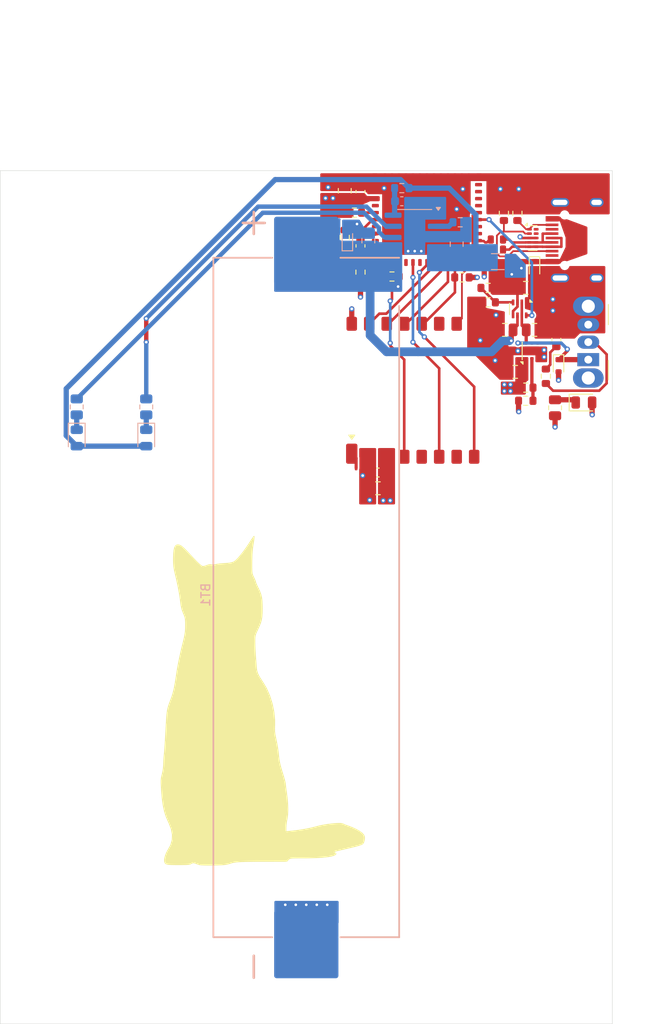
<source format=kicad_pcb>
(kicad_pcb (version 20241229) (generator "pcbnew") (generator_version "9.0")
  (layers (0 "F.Cu" signal) (4 "In1.Cu" power) (6 "In2.Cu" power) (2 "B.Cu" signal) (13 "F.Paste" user) (15 "B.Paste" user) (5 "F.SilkS" user "F.Silkscreen") (7 "B.SilkS" user "B.Silkscreen") (1 "F.Mask" user) (3 "B.Mask" user) (25 "Edge.Cuts" user))
  (net 0 "")
  (net 1 "GND")
  (net 2 "/BAT+")
  (net 3 "+3V0")
  (net 4 "/ESP32_EN")
  (net 5 "/TP4056_V_{CC}")
  (net 6 "/TP4056_CE")
  (net 7 "/VBUS")
  (net 8 "/PWR_EN")
  (net 9 "/PWR_MUX_VOUT")
  (net 10 "Net-(D3-K)")
  (net 11 "Net-(D4-K)")
  (net 12 "Net-(D6-K)")
  (net 13 "/ANT")
  (net 14 "/CC1")
  (net 15 "/D-")
  (net 16 "/CC2")
  (net 17 "/D+")
  (net 20 "/BAT_DIV_EN")
  (net 21 "/SCK")
  (net 22 "/ESP32_D-")
  (net 23 "/ESP32_D+")
  (net 24 "/PROG")
  (net 25 "/~{STDBY}")
  (net 26 "/~{CHRG}")
  (net 27 "/BAT_DIV")
  (net 28 "/PR1")
  (net 29 "Net-(SW1-B)")
  (net 30 "/FB")
  (net 31 "/BUSY")
  (net 36 "/~{NSS}")
  (net 37 "/~{RESET}")
  (net 39 "/MOSI")
  (net 43 "/ST")
  (net 44 "/DIO1")
  (net 46 "/DIO3")
  (net 47 "/MISO")
  (net 61 "Net-(U1-IO2)")
  (footprint "Resistor_SMD:R_0603_1608Metric" (layer "F.Cu") (at 154.9 62.2)
    (property "Reference" "R2" (hide yes))
    (property "Value" "10k")
  )
  (footprint "Capacitor_SMD:C_0805_2012Metric" (layer "F.Cu") (at 153.8 59.7 90)
    (property "Reference" "C2" (hide yes))
    (property "Value" "10u")
  )
  (footprint "Resistor_SMD:R_0603_1608Metric" (layer "F.Cu") (at 155.6 69 90)
    (property "Reference" "R1" (hide yes))
    (property "Value" "10k")
  )
  (footprint "Connector_USB:USB_C_Receptacle_HRO_TYPE-C-31-M-12" (layer "F.Cu") (at 181.55 65.35 90)
    (property "Reference" "J1" (hide yes))
    (property "Value" "TYPE-C-31-M-12")
  )
  (footprint "Custom:D_Texas_DPY0002A_0.6x1mm_P0.65mm" (layer "F.Cu") (at 155.45 91.4 180)
    (property "Reference" "D7" (hide yes))
    (property "Value" "TPD1E0B04DPY")
  )
  (footprint "Capacitor_SMD:C_0603_1608Metric" (layer "F.Cu") (at 155.6 59.8 90)
    (property "Reference" "C1" (hide yes))
    (property "Value" "100n")
  )
  (footprint "Diode_SMD:D_SOD-523" (layer "F.Cu") (at 178.25 79.7 -90)
    (property "Reference" "D5" (hide yes))
    (property "Value" "ESD5Z6.0T1G")
  )
  (footprint "Resistor_SMD:R_0603_1608Metric" (layer "F.Cu") (at 173.545 62.275 90)
    (property "Reference" "R7" (hide yes))
    (property "Value" "5k1")
  )
  (footprint "Capacitor_SMD:C_0805_2012Metric" (layer "F.Cu") (at 173.3 80.4 180)
    (property "Reference" "C11" (hide yes))
    (property "Value" "10u")
  )
  (footprint "Resistor_SMD:R_0603_1608Metric" (layer "F.Cu") (at 172 62.275 90)
    (property "Reference" "R6" (hide yes))
    (property "Value" "5k1")
  )
  (footprint "Resistor_SMD:R_0603_1608Metric" (layer "F.Cu") (at 167.2 69.6 180)
    (property "Reference" "R3" (hide yes))
    (property "Value" "10k")
  )
  (footprint "Resistor_SMD:R_0603_1608Metric" (layer "F.Cu") (at 174.5 82.2)
    (property "Reference" "R18" (hide yes))
    (property "Value" "1M5")
  )
  (footprint "Package_SON:USON-10_2.5x1.0mm_P0.5mm" (layer "F.Cu") (at 175.3 65.1)
    (property "Reference" "U2" (hide yes))
    (property "Value" "TPD4E05U06DQA")
  )
  (footprint "Capacitor_SMD:C_0805_2012Metric" (layer "F.Cu") (at 175.5 75.6)
    (property "Reference" "C10" (hide yes))
    (property "Value" "10u")
  )
  (footprint "Package_TO_SOT_SMD:SOT-583-8" (layer "F.Cu") (at 173.8 73.2 -90)
    (property "Reference" "U4" (hide yes))
    (property "Value" "TPS2116DRL")
  )
  (footprint "LED_SMD:LED_0805_2012Metric" (layer "F.Cu") (at 181.15 83.9)
    (property "Reference" "D6" (hide yes))
    (property "Value" "GREEN")
  )
  (footprint "Capacitor_SMD:C_0805_2012Metric" (layer "F.Cu") (at 157.6 93.7 180)
    (property "Reference" "C12" (hide yes))
    (property "Value" "10u")
  )
  (footprint "Resistor_SMD:R_0603_1608Metric" (layer "F.Cu") (at 174.5 83.7 180)
    (property "Reference" "R19" (hide yes))
    (property "Value" "330k")
  )
  (footprint "Custom:R_0603_1608Metric" (layer "F.Cu") (at 171.2 66.425 180)
    (property "Reference" "R4" (hide yes))
    (property "Value" "22")
  )
  (footprint "Capacitor_SMD:C_0603_1608Metric" (layer "F.Cu") (at 178 76.7 90)
    (property "Reference" "C9" (hide yes))
    (property "Value" "1u")
  )
  (footprint "Package_SON:WSON-6-1EP_2x2mm_P0.65mm_EP1x1.6mm" (layer "F.Cu") (at 175.2 78 90)
    (property "Reference" "U5" (hide yes))
    (property "Value" "TLV75901PDRV")
  )
  (footprint "LOGO" (layer "F.Cu") (at 143.1 117.6)
    (property "Reference" "G***" (hide yes))
    (property "Value" "LOGO" (hide yes))
  )
  (footprint "Resistor_SMD:R_0603_1608Metric" (layer "F.Cu") (at 153.8 65.025 -90)
    (property "Reference" "R14" (hide yes))
    (property "Value" "10k")
  )
  (footprint "Custom:R_0603_1608Metric" (layer "F.Cu") (at 171.2 65.275)
    (property "Reference" "R5" (hide yes))
    (property "Value" "22")
  )
  (footprint "Resistor_SMD:R_0603_1608Metric" (layer "F.Cu") (at 159.2 69.5)
    (property "Reference" "R13" (hide yes))
    (property "Value" "10k")
  )
  (footprint "Custom:ESP32-C3-MINI-1" (layer "F.Cu") (at 163.2 63)
    (property "Reference" "U1" (hide yes))
    (property "Value" "ESP32-C3-MINI-1")
  )
  (footprint "Button_Switch_THT:SW_Slide_SPDT_Angled_CK_OS102011MA1Q" (layer "F.Cu") (at 181.65 79 90)
    (property "Reference" "SW1" (hide yes))
    (property "Value" "SW_SPDT")
  )
  (footprint "Resistor_SMD:R_0603_1608Metric" (layer "F.Cu") (at 170.2 72.45 180)
    (property "Reference" "R16" (hide yes))
    (property "Value" "330k")
  )
  (footprint "Capacitor_SMD:C_0805_2012Metric" (layer "F.Cu") (at 174.5 70.8)
    (property "Reference" "C7" (hide yes))
    (property "Value" "10u")
  )
  (footprint "Resistor_SMD:R_0603_1608Metric" (layer "F.Cu") (at 176.8 80.9 90)
    (property "Reference" "R17" (hide yes))
    (property "Value" "10k")
  )
  (footprint "Custom:Ai-Thinker-Ra-01S" (layer "F.Cu") (at 161.6 82.5 90)
    (property "Reference" "U6" (hide yes))
    (property "Value" "Ai-Thinker-Ra-01S")
  )
  (footprint "Capacitor_SMD:C_0603_1608Metric" (layer "F.Cu") (at 157.6 91.9 180)
    (property "Reference" "C13" (hide yes))
    (property "Value" "100n")
  )
  (footprint "Diode_SMD:D_SOD-523" (layer "F.Cu") (at 175.5 68.5 -90)
    (property "Reference" "D1" (hide yes))
    (property "Value" "ESD5Z6.0T1G")
  )
  (footprint "Resistor_SMD:R_0805_2012Metric" (layer "F.Cu") (at 177.85 84.5 -90)
    (property "Reference" "R20" (hide yes))
    (property "Value" "200")
  )
  (footprint "Resistor_SMD:R_0603_1608Metric" (layer "F.Cu") (at 170.2 70.8 180)
    (property "Reference" "R15" (hide yes))
    (property "Value" "330k")
  )
  (footprint "Capacitor_SMD:C_0805_2012Metric" (layer "F.Cu") (at 172.1 75.6 180)
    (property "Reference" "C8" (hide yes))
    (property "Value" "10u")
  )
  (footprint "Capacitor_SMD:C_0603_1608Metric" (layer "F.Cu") (at 155.6 66 -90)
    (property "Reference" "C3" (hide yes))
    (property "Value" "1u")
  )
  (footprint "LED_SMD:LED_0805_2012Metric" (layer "B.Cu") (at 131.1 87.95 -90)
    (property "Reference" "D4" (hide yes))
    (property "Value" "RED")
  )
  (footprint "Resistor_SMD:R_0805_2012Metric" (layer "B.Cu") (at 123.15 84.4 90)
    (property "Reference" "R11" (hide yes))
    (property "Value" "200" (hide yes))
  )
  (footprint "Capacitor_SMD:C_0805_2012Metric" (layer "B.Cu") (at 166.6 65.8 90)
    (property "Reference" "C4" (hide yes))
    (property "Value" "10u")
  )
  (footprint "Diode_SMD:D_SOD-523" (layer "B.Cu") (at 154.1 65.3 90)
    (property "Reference" "D2" (hide yes))
    (property "Value" "ESD5Z6.0T1G")
  )
  (footprint "Resistor_SMD:R_0603_1608Metric" (layer "B.Cu") (at 167 63.3)
    (property "Reference" "R10" (hide yes))
    (property "Value" "1k2")
  )
  (footprint "Resistor_SMD:R_0805_2012Metric" (layer "B.Cu") (at 131.1 84.4 90)
    (property "Reference" "R12" (hide yes))
    (property "Value" "300" (hide yes))
  )
  (footprint "Capacitor_SMD:C_0603_1608Metric" (layer "B.Cu") (at 160.325 60.9)
    (property "Reference" "C5" (hide yes))
    (property "Value" "1u")
  )
  (footprint "Capacitor_SMD:C_0805_2012Metric" (layer "B.Cu") (at 156.5 65.4 90)
    (property "Reference" "C6" (hide yes))
    (property "Value" "10u")
  )
  (footprint "Resistor_SMD:R_0603_1608Metric" (layer "B.Cu") (at 160.325 59.4 180)
    (property "Reference" "R9" (hide yes))
    (property "Value" "10k")
  )
  (footprint "Custom:BatteryHolder_Keystone_1042_1x18650" (layer "B.Cu") (at 149.4 105.88 -90)
    (property "Reference" "BT1")
    (property "Value" "18650")
  )
  (footprint "Package_SO:SOIC-8-1EP_3.9x4.9mm_P1.27mm_EP2.41x3.3mm" (layer "B.Cu") (at 161.8 64.4 180)
    (property "Reference" "U3" (hide yes))
    (property "Value" "TP4056-42-ESOP8")
  )
  (footprint "LED_SMD:LED_0805_2012Metric" (layer "B.Cu") (at 123.15 87.95 -90)
    (property "Reference" "D3" (hide yes))
    (property "Value" "GREEN")
  )
  (footprint "Resistor_SMD:R_1206_3216Metric" (layer "B.Cu") (at 171.3 67.8 180)
    (property "Reference" "R8" (hide yes))
    (property "Value" "400m")
  )
  (gr_rect (start 114.4 57.4) (end 184.4 154.905) (stroke (width 0.05)) (fill no) (layer "Edge.Cuts"))
  (segment (start 156.825 90.325) (end 156.6 90.1) (width 0.6) (layer "F.Cu") (net 1))
  (segment (start 173.85 64.966) (end 173.984 65.1) (width 0.3) (layer "F.Cu") (net 1))
  (segment (start 173.675 84.925) (end 173.7 84.95) (width 0.3) (layer "F.Cu") (net 1))
  (segment (start 178.25 80.4) (end 178.25 81.35) (width 0.6) (layer "F.Cu") (net 1))
  (segment (start 177.85 85.4125) (end 177.85 86.7) (width 0.6) (layer "F.Cu") (net 1))
  (segment (start 169.751 68.551) (end 169.751 69.527572) (width 0.6) (layer "F.Cu") (net 1))
  (segment (start 173.984 65.1) (end 175.685 65.1) (width 0.3) (layer "F.Cu") (net 1))
  (segment (start 169.15 67.95) (end 169.751 68.551) (width 0.6) (layer "F.Cu") (net 1))
  (segment (start 156.825 93.525) (end 156.65 93.7) (width 0.6) (layer "F.Cu") (net 1))
  (segment (start 173.675 83.7) (end 173.675 84.925) (width 0.6) (layer "F.Cu") (net 1))
  (segment (start 154.6 74.9) (end 154.6 73.2) (width 0.6) (layer "F.Cu") (net 1))
  (via (at 166.6 61.8) (size 0.6) (drill 0.3) (layers "F.Cu" "B.Cu") (net 1))
  (via (at 177.6 73.4) (size 0.6) (drill 0.3) (layers "F.Cu" "B.Cu") (net 1))
  (via (at 147 141.3) (size 0.6) (drill 0.3) (layers "F.Cu" "B.Cu") (net 1))
  (via (at 151.8 141.3) (size 0.6) (drill 0.3) (layers "F.Cu" "B.Cu") (net 1))
  (via (at 155.2 63.5) (size 0.6) (drill 0.3) (layers "F.Cu" "B.Cu") (net 1))
  (via (at 176.6 78.7) (size 0.6) (drill 0.3) (layers "F.Cu" "B.Cu") (net 1))
  (via (at 169.751 69.527572) (size 0.6) (drill 0.3) (layers "F.Cu" "B.Cu") (net 1))
  (via (at 176.6 77.9) (size 0.6) (drill 0.3) (layers "F.Cu" "B.Cu") (net 1))
  (via (at 149.4 141.3) (size 0.6) (drill 0.3) (layers "F.Cu" "B.Cu") (net 1))
  (via (at 151.9 59.3) (size 0.6) (drill 0.3) (layers "F.Cu" "B.Cu") (net 1))
  (via (at 167.3 59.5) (size 0.6) (drill 0.3) (layers "F.Cu" "B.Cu") (net 1))
  (via (at 162.55 66.6) (size 0.6) (drill 0.3) (layers "F.Cu" "B.Cu") (net 1))
  (via (at 178.25 81.35) (size 0.6) (drill 0.3) (layers "F.Cu" "B.Cu") (net 1))
  (via (at 156.65 95.05) (size 0.6) (drill 0.3) (layers "F.Cu" "B.Cu") (net 1))
  (via (at 161.05 66.6) (size 0.6) (drill 0.3) (layers "F.Cu" "B.Cu") (net 1))
  (via (at 171 79.1) (size 0.6) (drill 0.3) (layers "F.Cu" "B.Cu") (net 1))
  (via (at 148.2 141.3) (size 0.6) (drill 0.3) (layers "F.Cu" "B.Cu") (net 1))
  (via (at 177.6 72.1) (size 0.6) (drill 0.3) (layers "F.Cu" "B.Cu") (net 1))
  (via (at 158.3 59.4) (size 0.6) (drill 0.3) (layers "F.Cu" "B.Cu") (net 1))
  (via (at 154.6 73.2) (size 0.6) (drill 0.3) (layers "F.Cu" "B.Cu") (net 1))
  (via (at 161.8 66.6) (size 0.6) (drill 0.3) (layers "F.Cu" "B.Cu") (net 1))
  (via (at 173.7 59.5) (size 0.6) (drill 0.3) (layers "F.Cu" "B.Cu") (net 1))
  (via (at 171.1 73.9) (size 0.6) (drill 0.3) (layers "F.Cu" "B.Cu") (net 1))
  (via (at 173.6 78) (size 0.6) (drill 0.3) (layers "F.Cu" "B.Cu") (net 1))
  (via (at 169.3 76.8) (size 0.6) (drill 0.3) (layers "F.Cu" "B.Cu") (net 1))
  (via (at 173.85 64.966) (size 0.6) (drill 0.3) (layers "F.Cu" "B.Cu") (net 1))
  (via (at 155.85 92.25) (size 0.6) (drill 0.3) (layers "F.Cu" "B.Cu") (net 1))
  (via (at 150.6 141.3) (size 0.6) (drill 0.3) (layers "F.Cu" "B.Cu") (net 1))
  (via (at 177.85 86.7) (size 0.6) (drill 0.3) (layers "F.Cu" "B.Cu") (net 1))
  (via (at 171.6 59.5) (size 0.6) (drill 0.3) (layers "F.Cu" "B.Cu") (net 1))
  (via (at 173.7 84.95) (size 0.6) (drill 0.3) (layers "F.Cu" "B.Cu") (net 1))
  (segment (start 173.55 75.1) (end 173.05 75.6) (width 0.3) (layer "F.Cu") (net 2))
  (segment (start 172.841051 76.847017) (end 172.841051 75.808949) (width 0.6) (layer "F.Cu") (net 2))
  (segment (start 173.55 73.94) (end 173.55 75.1) (width 0.3) (layer "F.Cu") (net 2))
  (segment (start 160.025 69.5) (end 160.025 70.525) (width 0.6) (layer "F.Cu") (net 2))
  (segment (start 172.841051 75.808949) (end 173.05 75.6) (width 0.6) (layer "F.Cu") (net 2))
  (segment (start 160.025 70.525) (end 159.9 70.65) (width 0.6) (layer "F.Cu") (net 2))
  (via (at 172.841051 76.847017) (size 0.6) (drill 0.3) (layers "F.Cu" "B.Cu") (net 2))
  (via (at 159.9 70.65) (size 0.6) (drill 0.3) (layers "F.Cu" "B.Cu") (net 2))
  (segment (start 170.583372 78.101) (end 171.837355 76.847017) (width 1) (layer "B.Cu") (net 2))
  (segment (start 162.2 78.101) (end 170.583372 78.101) (width 1) (layer "B.Cu") (net 2))
  (segment (start 162.2 78.101) (end 158.585372 78.101) (width 1) (layer "B.Cu") (net 2))
  (segment (start 156.7 76.215628) (end 156.7 69.7) (width 1) (layer "B.Cu") (net 2))
  (segment (start 158.585372 78.101) (end 156.7 76.215628) (width 1) (layer "B.Cu") (net 2))
  (segment (start 171.837355 76.847017) (end 172.599 76.847017) (width 1) (layer "B.Cu") (net 2))
  (segment (start 182.0875 83.9) (end 182.0875 85.2875) (width 0.6) (layer "F.Cu") (net 3))
  (segment (start 182.0875 85.2875) (end 182.1 85.3) (width 0.6) (layer "F.Cu") (net 3))
  (segment (start 168.025 69.6) (end 168.95 69.6) (width 0.6) (layer "F.Cu") (net 3))
  (segment (start 158.375 90.325) (end 158.6 90.1) (width 0.6) (layer "F.Cu") (net 3))
  (segment (start 155.625 60.6) (end 155.6 60.575) (width 0.4) (layer "F.Cu") (net 3))
  (segment (start 155.6 69.825) (end 155.6 71.85) (width 0.6) (layer "F.Cu") (net 3))
  (via (at 172.75 81.85) (size 0.6) (drill 0.3) (layers "F.Cu" "B.Cu") (net 3))
  (via (at 172.75 82.6) (size 0.6) (drill 0.3) (layers "F.Cu" "B.Cu") (net 3))
  (via (at 182.1 85.3) (size 0.6) (drill 0.3) (layers "F.Cu" "B.Cu") (net 3))
  (via (at 158.2 95.1) (size 0.6) (drill 0.3) (layers "F.Cu" "B.Cu") (net 3))
  (via (at 151.6 60.55) (size 0.6) (drill 0.3) (layers "F.Cu" "B.Cu") (net 3))
  (via (at 168.95 69.6) (size 0.6) (drill 0.3) (layers "F.Cu" "B.Cu") (net 3))
  (via (at 152.45 60.55) (size 0.6) (drill 0.3) (layers "F.Cu" "B.Cu") (net 3))
  (via (at 159 95.1) (size 0.6) (drill 0.3) (layers "F.Cu" "B.Cu") (net 3))
  (via (at 172.05 81.85) (size 0.6) (drill 0.3) (layers "F.Cu" "B.Cu") (net 3))
  (via (at 172.05 82.6) (size 0.6) (drill 0.3) (layers "F.Cu" "B.Cu") (net 3))
  (via (at 155.6 71.85) (size 0.6) (drill 0.3) (layers "F.Cu" "B.Cu") (net 3))
  (segment (start 155.6 68.175) (end 154.774 67.349) (width 0.3) (layer "F.Cu") (net 4))
  (segment (start 155.6 65.225) (end 156.225 64.6) (width 0.5) (layer "F.Cu") (net 4))
  (segment (start 156.225 64.6) (end 157.3 64.6) (width 0.5) (layer "F.Cu") (net 4))
  (segment (start 154.774 66.051) (end 155.6 65.225) (width 0.3) (layer "F.Cu") (net 4))
  (segment (start 154.774 67.349) (end 154.774 66.051) (width 0.3) (layer "F.Cu") (net 4))
  (segment (start 160.174 58.424) (end 161.15 59.4) (width 0.6) (layer "B.Cu") (net 5))
  (segment (start 123.15 88.8875) (end 131.1 88.8875) (width 0.6) (layer "B.Cu") (net 5))
  (segment (start 168.8 62.45) (end 168.8 66.4) (width 0.6) (layer "B.Cu") (net 5))
  (segment (start 165.75 59.4) (end 168.8 62.45) (width 0.6) (layer "B.Cu") (net 5))
  (segment (start 165.75 59.4) (end 161.15 59.4) (width 0.6) (layer "B.Cu") (net 5))
  (segment (start 121.949 87.6865) (end 121.949 82.318214) (width 0.6) (layer "B.Cu") (net 5))
  (segment (start 123.15 88.8875) (end 121.949 87.6865) (width 0.6) (layer "B.Cu") (net 5))
  (segment (start 145.843214 58.424) (end 160.174 58.424) (width 0.6) (layer "B.Cu") (net 5))
  (segment (start 121.949 82.318214) (end 145.843214 58.424) (width 0.6) (layer "B.Cu") (net 5))
  (segment (start 159.5 59.4) (end 159.5 62.32) (width 0.6) (layer "B.Cu") (net 6))
  (segment (start 159.5 62.32) (end 159.325 62.495) (width 0.6) (layer "B.Cu") (net 6))
  (segment (start 173.049 73.451) (end 173.049 73.94) (width 0.3) (layer "F.Cu") (net 7))
  (segment (start 173.55 72.95) (end 173.049 73.451) (width 0.3) (layer "F.Cu") (net 7))
  (segment (start 177.505 67.8) (end 175.5 67.8) (width 0.6) (layer "F.Cu") (net 7))
  (segment (start 173.55 72.46) (end 173.55 72.95) (width 0.3) (layer "F.Cu") (net 7))
  (segment (start 173.55 72.46) (end 173.55 70.8) (width 0.3) (layer "F.Cu") (net 7))
  (via (at 174 68.55) (size 0.6) (drill 0.3) (layers "F.Cu" "B.Cu") (net 7))
  (via (at 172.9 69.25) (size 0.6) (drill 0.3) (layers "F.Cu" "B.Cu") (net 7))
  (segment (start 177.3 78.175) (end 178 77.475) (width 0.3) (layer "F.Cu") (net 8))
  (segment (start 177.6375 77.1125) (end 178 77.475) (width 0.35) (layer "F.Cu") (net 8))
  (segment (start 175.85 77.1125) (end 177.31 77.1125) (width 0.35) (layer "F.Cu") (net 8))
  (segment (start 177.31 77.1125) (end 177.6375 77.1125) (width 0.35) (layer "F.Cu") (net 8))
  (segment (start 176.8 80.075) (end 177.3 79.575) (width 0.3) (layer "F.Cu") (net 8))
  (segment (start 177.3 79.575) (end 177.3 78.175) (width 0.3) (layer "F.Cu") (net 8))
  (segment (start 174.05 73.94) (end 174.05 72.46) (width 0.3) (layer "F.Cu") (net 9))
  (segment (start 174.55 77.1125) (end 174.55 75.6) (width 0.375) (layer "F.Cu") (net 9))
  (segment (start 179.25 78) (end 178.25 79) (width 0.375) (layer "F.Cu") (net 9))
  (segment (start 173.6125 77.1125) (end 173.6 77.1) (width 0.375) (layer "F.Cu") (net 9))
  (segment (start 179.25 77.8) (end 179.25 78) (width 0.375) (layer "F.Cu") (net 9))
  (segment (start 174.05 75.1) (end 174.55 75.6) (width 0.3) (layer "F.Cu") (net 9))
  (segment (start 174.55 77.1125) (end 173.6125 77.1125) (width 0.375) (layer "F.Cu") (net 9))
  (segment (start 178.25 79) (end 181.65 79) (width 0.6) (layer "F.Cu") (net 9))
  (segment (start 174.05 73.94) (end 174.05 75.1) (width 0.3) (layer "F.Cu") (net 9))
  (via (at 173.6 77.1) (size 0.6) (drill 0.3) (layers "F.Cu" "B.Cu") (net 9))
  (via (at 179.25 77.8) (size 0.6) (drill 0.3) (layers "F.Cu" "B.Cu") (net 9))
  (segment (start 178.55 77.1) (end 179.25 77.8) (width 0.375) (layer "B.Cu") (net 9))
  (segment (start 173.6 77.1) (end 178.55 77.1) (width 0.375) (layer "B.Cu") (net 9))
  (segment (start 123.15 85.3125) (end 123.15 87.0125) (width 0.6) (layer "B.Cu") (net 10))
  (segment (start 131.1 85.3125) (end 131.1 87.0125) (width 0.6) (layer "B.Cu") (net 11))
  (segment (start 179.9 83.5875) (end 180.2125 83.9) (width 0.6) (layer "F.Cu") (net 12))
  (segment (start 177.85 83.5875) (end 179.9 83.5875) (width 0.6) (layer "F.Cu") (net 12))
  (segment (start 155.1 91.4) (end 155.1 90.25) (width 0.3493) (layer "F.Cu") (net 13))
  (segment (start 155.1 90.25) (end 154.6 89.75) (width 0.3493) (layer "F.Cu") (net 13))
  (segment (start 174.1979 64.365) (end 174.4329 64.6) (width 0.2) (layer "F.Cu") (net 14))
  (segment (start 171.2 66.878014) (end 171.2 64.821986) (width 0.2) (layer "F.Cu") (net 14))
  (segment (start 173.063997 66.6) (end 172.462997 67.201) (width 0.2) (layer "F.Cu") (net 14))
  (segment (start 172.462997 67.201) (end 171.522986 67.201) (width 0.2) (layer "F.Cu") (net 14))
  (segment (start 177.505 66.6) (end 173.063997 66.6) (width 0.2) (layer "F.Cu") (net 14))
  (segment (start 172 64.365) (end 172.45 64.365) (width 0.2) (layer "F.Cu") (net 14))
  (segment (start 171.2 64.821986) (end 171.656986 64.365) (width 0.2) (layer "F.Cu") (net 14))
  (segment (start 174.4329 64.6) (end 174.915 64.6) (width 0.2) (layer "F.Cu") (net 14))
  (segment (start 171.656986 64.365) (end 172 64.365) (width 0.2) (layer "F.Cu") (net 14))
  (segment (start 171.522986 67.201) (end 171.2 66.878014) (width 0.2) (layer "F.Cu") (net 14))
  (segment (start 172.45 64.365) (end 174.1979 64.365) (width 0.2) (layer "F.Cu") (net 14))
  (segment (start 172 63.1) (end 172 64.365) (width 0.2) (layer "F.Cu") (net 14))
  (segment (start 175.335501 66.092) (end 175.327501 66.1) (width 0.284) (layer "F.Cu") (net 15))
  (segment (start 177.505 65.1) (end 178.566 65.1) (width 0.284) (layer "F.Cu") (net 15))
  (segment (start 176.409499 66.092) (end 175.335501 66.092) (width 0.284) (layer "F.Cu") (net 15))
  (segment (start 174.494499 66.092) (end 172.945501 66.092) (width 0.284) (layer "F.Cu") (net 15))
  (segment (start 178.573 65.107) (end 178.573 66.093) (width 0.284) (layer "F.Cu") (net 15))
  (segment (start 178.566 66.1) (end 177.505 66.1) (width 0.284) (layer "F.Cu") (net 15))
  (segment (start 177.505 66.1) (end 176.417499 66.1) (width 0.284) (layer "F.Cu") (net 15))
  (segment (start 174.502499 66.1) (end 174.494499 66.092) (width 0.284) (layer "F.Cu") (net 15))
  (segment (start 174.915 66.1) (end 174.502499 66.1) (width 0.284) (layer "F.Cu") (net 15))
  (segment (start 176.417499 66.1) (end 176.409499 66.092) (width 0.284) (layer "F.Cu") (net 15))
  (segment (start 172.612501 66.425) (end 171.9 66.425) (width 0.284) (layer "F.Cu") (net 15))
  (segment (start 175.327501 66.1) (end 174.915 66.1) (width 0.284) (layer "F.Cu") (net 15))
  (segment (start 178.573 66.093) (end 178.566 66.1) (width 0.284) (layer "F.Cu") (net 15))
  (segment (start 178.566 65.1) (end 178.573 65.107) (width 0.284) (layer "F.Cu") (net 15))
  (segment (start 172.945501 66.092) (end 172.612501 66.425) (width 0.284) (layer "F.Cu") (net 15))
  (segment (start 174.545 64.1) (end 173.545 63.1) (width 0.2) (layer "F.Cu") (net 16))
  (segment (start 174.915 64.06) (end 174.915 64.1) (width 0.2) (layer "F.Cu") (net 16))
  (segment (start 175.375 63.6) (end 174.915 64.06) (width 0.2) (layer "F.Cu") (net 16))
  (segment (start 177.505 63.6) (end 175.375 63.6) (width 0.2) (layer "F.Cu") (net 16))
  (segment (start 174.915 64.1) (end 174.545 64.1) (width 0.2) (layer "F.Cu") (net 16))
  (segment (start 174.502499 65.6) (end 174.494499 65.608) (width 0.284) (layer "F.Cu") (net 17))
  (segment (start 176.444 65.6) (end 177.505 65.6) (width 0.284) (layer "F.Cu") (net 17))
  (segment (start 174.494499 65.608) (end 172.945501 65.608) (width 0.284) (layer "F.Cu") (net 17))
  (segment (start 172.945501 65.608) (end 172.612501 65.275) (width 0.284) (layer "F.Cu") (net 17))
  (segment (start 177.505 65.6) (end 176.417499 65.6) (width 0.284) (layer "F.Cu") (net 17))
  (segment (start 176.437 65.593) (end 176.444 65.6) (width 0.284) (layer "F.Cu") (net 17))
  (segment (start 175.335501 65.608) (end 175.327501 65.6) (width 0.284) (layer "F.Cu") (net 17))
  (segment (start 176.444 64.6) (end 176.437 64.607) (width 0.284) (layer "F.Cu") (net 17))
  (segment (start 176.417499 65.6) (end 176.409499 65.608) (width 0.284) (layer "F.Cu") (net 17))
  (segment (start 175.327501 65.6) (end 174.915 65.6) (width 0.284) (layer "F.Cu") (net 17))
  (segment (start 172.612501 65.275) (end 171.9 65.275) (width 0.284) (layer "F.Cu") (net 17))
  (segment (start 176.437 64.607) (end 176.437 65.593) (width 0.284) (layer "F.Cu") (net 17))
  (segment (start 174.915 65.6) (end 174.502499 65.6) (width 0.284) (layer "F.Cu") (net 17))
  (segment (start 177.505 64.6) (end 176.444 64.6) (width 0.284) (layer "F.Cu") (net 17))
  (segment (start 176.409499 65.608) (end 175.335501 65.608) (width 0.284) (layer "F.Cu") (net 17))
  (segment (start 155.775058 64.2) (end 156.975058 63) (width 0.3) (layer "F.Cu") (net 20))
  (segment (start 156.975058 63) (end 157.3 63) (width 0.3) (layer "F.Cu") (net 20))
  (segment (start 153.8 64.2) (end 155.775058 64.2) (width 0.3) (layer "F.Cu") (net 20))
  (segment (start 166.4 67.9) (end 166.4 71.315226) (width 0.3) (layer "F.Cu") (net 21))
  (segment (start 162.815226 74.9) (end 162.6 74.9) (width 0.3) (layer "F.Cu") (net 21))
  (segment (start 166.4 71.315226) (end 162.815226 74.9) (width 0.3) (layer "F.Cu") (net 21))
  (segment (start 169.700001 66.25) (end 169.1 66.25) (width 0.284) (layer "F.Cu") (net 22))
  (segment (start 170.5 66.425) (end 170.375 66.425) (width 0.284) (layer "F.Cu") (net 22))
  (segment (start 170.375 66.425) (end 170.042 66.092) (width 0.284) (layer "F.Cu") (net 22))
  (segment (start 169.858001 66.092) (end 169.700001 66.25) (width 0.284) (layer "F.Cu") (net 22))
  (segment (start 170.042 66.092) (end 169.858001 66.092) (width 0.284) (layer "F.Cu") (net 22))
  (segment (start 169.700001 65.45) (end 169.1 65.45) (width 0.284) (layer "F.Cu") (net 23))
  (segment (start 170.5 65.275) (end 170.375 65.275) (width 0.284) (layer "F.Cu") (net 23))
  (segment (start 170.375 65.275) (end 170.042 65.608) (width 0.284) (layer "F.Cu") (net 23))
  (segment (start 169.858001 65.608) (end 169.700001 65.45) (width 0.284) (layer "F.Cu") (net 23))
  (segment (start 170.042 65.608) (end 169.858001 65.608) (width 0.284) (layer "F.Cu") (net 23))
  (segment (start 164.275 63.765) (end 165.71 63.765) (width 0.6) (layer "B.Cu") (net 24))
  (segment (start 165.71 63.765) (end 166.175 63.3) (width 0.6) (layer "B.Cu") (net 24))
  (segment (start 157.713708 63.940416) (end 155.987292 62.214) (width 0.5) (layer "B.Cu") (net 25))
  (segment (start 158.350001 65.035) (end 157.713708 64.398707) (width 0.5) (layer "B.Cu") (net 25))
  (segment (start 159.325 65.035) (end 158.350001 65.035) (width 0.5) (layer "B.Cu") (net 25))
  (segment (start 144.4235 62.214) (end 123.15 83.4875) (width 0.5) (layer "B.Cu") (net 25))
  (segment (start 155.987292 62.214) (end 144.4235 62.214) (width 0.5) (layer "B.Cu") (net 25))
  (segment (start 157.713708 64.398707) (end 157.713708 63.940416) (width 0.5) (layer "B.Cu") (net 25))
  (segment (start 131.1 74.3) (end 131.1 77) (width 0.5) (layer "F.Cu") (net 26))
  (via (at 131.1 77) (size 0.6) (drill 0.3) (layers "F.Cu" "B.Cu") (net 26))
  (via (at 131.1 74.3) (size 0.6) (drill 0.3) (layers "F.Cu" "B.Cu") (net 26))
  (segment (start 143.887 61.513) (end 131.1 74.3) (width 0.5) (layer "B.Cu") (net 26))
  (segment (start 131.1 77) (end 131.1 83.4875) (width 0.5) (layer "B.Cu") (net 26))
  (segment (start 156.277656 61.513) (end 143.887 61.513) (width 0.5) (layer "B.Cu") (net 26))
  (segment (start 158.529656 63.765) (end 156.277656 61.513) (width 0.5) (layer "B.Cu") (net 26))
  (segment (start 159.325 63.765) (end 158.529656 63.765) (width 0.5) (layer "B.Cu") (net 26))
  (segment (start 153.8 67.634774) (end 153.8 65.85) (width 0.3) (layer "F.Cu") (net 27))
  (segment (start 158.375 69.5) (end 157.875 69) (width 0.3) (layer "F.Cu") (net 27))
  (segment (start 155.165226 69) (end 153.8 67.634774) (width 0.3) (layer "F.Cu") (net 27))
  (segment (start 158.4 67.9) (end 158.4 69.475) (width 0.3) (layer "F.Cu") (net 27))
  (segment (start 158.4 69.475) (end 158.375 69.5) (width 0.3) (layer "F.Cu") (net 27))
  (segment (start 157.875 69) (end 155.165226 69) (width 0.3) (layer "F.Cu") (net 27))
  (segment (start 173.04 72.45) (end 173.05 72.46) (width 0.3) (layer "F.Cu") (net 28))
  (segment (start 171.025 72.45) (end 173.04 72.45) (width 0.3) (layer "F.Cu") (net 28))
  (segment (start 169.375 70.8) (end 171.025 72.45) (width 0.3) (layer "F.Cu") (net 28))
  (segment (start 182.352 77) (end 183.751 78.399) (width 0.3) (layer "F.Cu") (net 29))
  (segment (start 181.65 77) (end 182.352 77) (width 0.3) (layer "F.Cu") (net 29))
  (segment (start 177.626 82.551) (end 176.8 81.725) (width 0.3) (layer "F.Cu") (net 29))
  (segment (start 182.901024 82.551) (end 177.626 82.551) (width 0.3) (layer "F.Cu") (net 29))
  (segment (start 183.751 81.701024) (end 182.901024 82.551) (width 0.3) (layer "F.Cu") (net 29))
  (segment (start 183.751 78.399) (end 183.751 81.701024) (width 0.3) (layer "F.Cu") (net 29))
  (segment (start 175.2 82.075) (end 175.325 82.2) (width 0.375) (layer "F.Cu") (net 30))
  (segment (start 175.325 82.2) (end 175.325 83.7) (width 0.375) (layer "F.Cu") (net 30))
  (segment (start 175.2 78.8875) (end 175.2 82.075) (width 0.375) (layer "F.Cu") (net 30))
  (segment (start 168.399 62.501001) (end 168.399 67.26887) (width 0.2) (layer "F.Cu") (net 31))
  (segment (start 168.5 68.4) (end 168.2 68.7) (width 0.2) (layer "F.Cu") (net 31))
  (segment (start 168.399 67.26887) (end 168.5 67.36987) (width 0.2) (layer "F.Cu") (net 31))
  (segment (start 168.2 68.7) (end 167.735936 68.7) (width 0.2) (layer "F.Cu") (net 31))
  (segment (start 167.2 69.235936) (end 167.2 74.3) (width 0.2) (layer "F.Cu") (net 31))
  (segment (start 168.5 67.36987) (end 168.5 68.4) (width 0.2) (layer "F.Cu") (net 31))
  (segment (start 169.1 62.2) (end 168.700001 62.2) (width 0.2) (layer "F.Cu") (net 31))
  (segment (start 168.700001 62.2) (end 168.399 62.501001) (width 0.2) (layer "F.Cu") (net 31))
  (segment (start 167.735936 68.7) (end 167.2 69.235936) (width 0.2) (layer "F.Cu") (net 31))
  (segment (start 167.2 74.3) (end 166.6 74.9) (width 0.2) (layer "F.Cu") (net 31))
  (segment (start 164 68.299999) (end 158.550999 73.749) (width 0.3) (layer "F.Cu") (net 36))
  (segment (start 158.550999 73.749) (end 157.751 73.749) (width 0.3) (layer "F.Cu") (net 36))
  (segment (start 157.751 73.749) (end 156.6 74.9) (width 0.3) (layer "F.Cu") (net 36))
  (segment (start 164 67.9) (end 164 68.299999) (width 0.3) (layer "F.Cu") (net 36))
  (segment (start 159 77.4) (end 160.6 79) (width 0.3) (layer "F.Cu") (net 37))
  (segment (start 160.6 79) (end 160.6 90.1) (width 0.3) (layer "F.Cu") (net 37))
  (segment (start 159.2 67.9) (end 159.2 72.1) (width 0.3) (layer "F.Cu") (net 37))
  (segment (start 159 77.1) (end 159 77.4) (width 0.3) (layer "F.Cu") (net 37))
  (segment (start 159.2 72.1) (end 159 72.3) (width 0.3) (layer "F.Cu") (net 37))
  (via (at 159 77.1) (size 0.6) (drill 0.3) (layers "F.Cu" "B.Cu") (net 37))
  (via (at 159 72.3) (size 0.6) (drill 0.3) (layers "F.Cu" "B.Cu") (net 37))
  (segment (start 159 72.3) (end 159 77.1) (width 0.3) (layer "B.Cu") (net 37))
  (segment (start 158.815226 74.9) (end 158.6 74.9) (width 0.3) (layer "F.Cu") (net 39))
  (segment (start 164.8 68.915226) (end 158.815226 74.9) (width 0.3) (layer "F.Cu") (net 39))
  (segment (start 164.8 67.9) (end 164.8 68.915226) (width 0.3) (layer "F.Cu") (net 39))
  (segment (start 169.1 63) (end 170.3 63) (width 0.3) (layer "F.Cu") (net 43))
  (segment (start 174.55 73.94) (end 175.19 73.94) (width 0.3) (layer "F.Cu") (net 43))
  (segment (start 175.19 73.94) (end 175.2 73.95) (width 0.3) (layer "F.Cu") (net 43))
  (via (at 175.2 73.95) (size 0.6) (drill 0.3) (layers "F.Cu" "B.Cu") (net 43))
  (via (at 170.3 63) (size 0.6) (drill 0.3) (layers "F.Cu" "B.Cu") (net 43))
  (segment (start 170.3 63) (end 175.2 67.9) (width 0.3) (layer "B.Cu") (net 43))
  (segment (start 175.2 67.9) (end 175.2 73.95) (width 0.3) (layer "B.Cu") (net 43))
  (segment (start 164.6 80) (end 164.6 90.1) (width 0.3) (layer "F.Cu") (net 44))
  (segment (start 161.6 67.9) (end 161.6 69.6) (width 0.3) (layer "F.Cu") (net 44))
  (segment (start 161.6 77) (end 164.6 80) (width 0.3) (layer "F.Cu") (net 44))
  (via (at 161.6 77) (size 0.6) (drill 0.3) (layers "F.Cu" "B.Cu") (net 44))
  (via (at 161.6 69.6) (size 0.6) (drill 0.3) (layers "F.Cu" "B.Cu") (net 44))
  (segment (start 161.6 69.6) (end 161.6 77) (width 0.3) (layer "B.Cu") (net 44))
  (segment (start 168.6 82.1) (end 168.6 90.1) (width 0.3) (layer "F.Cu") (net 46))
  (segment (start 163.2 68.18076) (end 162.34038 69.04038) (width 0.3) (layer "F.Cu") (net 46))
  (segment (start 163.2 67.9) (end 163.2 68.18076) (width 0.3) (layer "F.Cu") (net 46))
  (segment (start 162.9 76.4) (end 168.6 82.1) (width 0.3) (layer "F.Cu") (net 46))
  (via (at 162.9 76.4) (size 0.6) (drill 0.3) (layers "F.Cu" "B.Cu") (net 46))
  (via (at 162.34038 69.04038) (size 0.6) (drill 0.3) (layers "F.Cu" "B.Cu") (net 46))
  (segment (start 162.34038 69.04038) (end 162.34038 75.84038) (width 0.3) (layer "B.Cu") (net 46))
  (segment (start 162.34038 75.84038) (end 162.9 76.4) (width 0.3) (layer "B.Cu") (net 46))
  (segment (start 165.6 67.9) (end 165.6 70.115226) (width 0.3) (layer "F.Cu") (net 47))
  (segment (start 165.6 70.115226) (end 160.815226 74.9) (width 0.3) (layer "F.Cu") (net 47))
  (segment (start 160.815226 74.9) (end 160.6 74.9) (width 0.3) (layer "F.Cu") (net 47))
  (segment (start 157.3 62.2) (end 155.725 62.2) (width 0.3) (layer "F.Cu") (net 61))
  (zone (net 3) (net_name "+3V0") (layer "F.Cu") (priority 17) (connect_pads yes (clearance 0.2)) (min_thickness 0.25) (fill yes (thermal_gap 0.5) (thermal_bridge_width 0.5))
    (polygon (pts (xy 157.6 89.1) (xy 159.55 89.1) (xy 159.55 95.55) (xy 157.6 95.55)))
  )
  (zone (net 7) (net_name "/VBUS") (layer "F.Cu") (priority 3) (connect_pads yes (clearance 0.2)) (min_thickness 0.25) (fill yes (thermal_gap 0.5) (thermal_bridge_width 0.5))
    (polygon (pts (xy 176.8 62.6) (xy 176.8 63.2) (xy 178.4 63.2) (xy 179.05 65.041669) (xy 179.05 66.145835) (xy 178.4 67.5) (xy 176.8 67.5) (xy 176.8 68.1) (xy 178.25 68.1) (xy 181.55 66.93125) (xy 181.55 63.825715) (xy 178.25 62.6)))
  )
  (zone (net 1) (net_name "GND") (layer "F.Cu") (priority 16) (connect_pads yes (clearance 0.2)) (min_thickness 0.25) (fill yes (thermal_gap 0.5) (thermal_bridge_width 0.5))
    (polygon (pts (xy 157.4 89.1) (xy 157.4 95.55) (xy 155.45 95.55) (xy 155.45 89.1)))
  )
  (zone (net 1) (net_name "GND") (layer "F.Cu") (priority 5) (connect_pads yes (clearance 0.2)) (min_thickness 0.25) (fill yes (thermal_gap 0.5) (thermal_bridge_width 0.5))
    (polygon (pts (xy 170 58.6) (xy 168.2 58.6) (xy 168.2 67.025) (xy 158.075 67.025) (xy 158.075 60.1) (xy 156.425 60.1) (xy 156.1625 59.75) (xy 151 59.75) (xy 151 57.395302) (xy 184.4 57.451343) (xy 184.4 62.4) (xy 170 62.4)))
  )
  (zone (net 1) (net_name "GND") (layer "F.Cu") (priority 8) (connect_pads yes (clearance 0.2)) (min_thickness 0.25) (fill yes (thermal_gap 0.5) (thermal_bridge_width 0.5))
    (polygon (pts (xy 170 73.1) (xy 172.1 73.5) (xy 172.1 76.5) (xy 172.55 77.5) (xy 176.95 77.5) (xy 176.95 79.3) (xy 175.6 79.3) (xy 175.6 78.5) (xy 173.1 78.5) (xy 173.1 81.3) (xy 171.505545 81.3) (xy 167.8 77.625) (xy 167.8 71.8) (xy 170 71.8)))
  )
  (zone (net 1) (net_name "GND") (layer "F.Cu") (priority 13) (connect_pads yes (clearance 0.2)) (min_thickness 0.25) (fill yes (thermal_gap 0.5) (thermal_bridge_width 0.5))
    (polygon (pts (xy 155 66.25) (xy 156.25 66.25) (xy 156.522222 66.6) (xy 158.073077 66.6) (xy 158.075 65.4) (xy 160.35 65.4) (xy 160.35 68.35) (xy 159.7 68.35) (xy 159.7 67.1) (xy 157.9 67.1) (xy 157.9 68.45) (xy 156.7 68.45) (xy 156.7 67.3) (xy 155 67.3)))
  )
  (zone (net 1) (net_name "GND") (layer "F.Cu") (priority 4) (connect_pads yes (clearance 0.2)) (min_thickness 0.25) (fill yes (thermal_gap 0.5) (thermal_bridge_width 0.5))
    (polygon (pts (xy 183.6 71.85) (xy 183.6 76) (xy 180.7 76) (xy 180.1 76.6) (xy 175.5 76.6) (xy 175.5 73.5) (xy 174.4 73.2) (xy 174.4 71.85) (xy 174.75 71.85) (xy 174.75 68.3) (xy 183.6 68.3)))
  )
  (zone (net 3) (net_name "+3V0") (layer "F.Cu") (priority 12) (connect_pads yes (clearance 0.2)) (min_thickness 0.25) (fill yes (thermal_gap 0.5) (thermal_bridge_width 0.5))
    (polygon (pts (xy 151 59.95) (xy 156.05 59.95) (xy 156.35 60.3) (xy 157.8 60.3) (xy 157.8 60.9) (xy 156.7 60.9) (xy 155.8 61.3) (xy 154.8 61.3) (xy 154.8 62.8) (xy 151 62.8)))
  )
  (zone (net 7) (net_name "/VBUS") (layer "F.Cu") (priority 6) (connect_pads yes (clearance 0.2)) (min_thickness 0.25) (fill yes (thermal_gap 0.5) (thermal_bridge_width 0.5))
    (polygon (pts (xy 176 67.5) (xy 176 68.1) (xy 174.5 68.1) (xy 174.5 71.6) (xy 170.25 71.6) (xy 170.25 67.5)))
  )
  (zone (net 3) (net_name "+3V0") (layer "F.Cu") (priority 7) (connect_pads yes (clearance 0.2)) (min_thickness 0.25) (fill yes (thermal_gap 0.5) (thermal_bridge_width 0.5))
    (polygon (pts (xy 174.8 78.7) (xy 174.8 81.35) (xy 174.5 81.6) (xy 174.5 83) (xy 171.65 83) (xy 171.65 81.5) (xy 173.3 81.5) (xy 173.3 78.7)))
  )
  (zone (net 1) (net_name "GND") (layer "B.Cu") (priority 14) (connect_pads yes (clearance 0.2)) (min_thickness 0.25) (fill yes (thermal_gap 0.5) (thermal_bridge_width 0.5))
    (polygon (pts (xy 145.75 143.45) (xy 145.75 140.85) (xy 153.1 140.85) (xy 153.1 143.45)))
  )
  (zone (net 7) (net_name "/VBUS") (layer "B.Cu") (priority 15) (connect_pads yes (clearance 0.2)) (min_thickness 0.25) (fill yes (thermal_gap 0.5) (thermal_bridge_width 0.5))
    (polygon (pts (xy 172.1 66.9) (xy 173.35 66.9) (xy 174.5 68.1) (xy 174.5 69.65) (xy 172.1 69.65)))
  )
  (zone (net 1) (net_name "GND") (layer "B.Cu") (priority 11) (connect_pads yes (clearance 0.2)) (min_thickness 0.25) (fill yes (thermal_gap 0.5) (thermal_bridge_width 0.5))
    (polygon (pts (xy 155.491176 63) (xy 156.020588 63.9) (xy 157.25 63.9) (xy 157.25 65.2) (xy 153.5 65.2) (xy 153.5 63)))
  )
  (zone (net 1) (net_name "GND") (layer "B.Cu") (priority 10) (connect_pads yes (clearance 0.2)) (min_thickness 0.25) (fill yes (thermal_gap 0.5) (thermal_bridge_width 0.5))
    (polygon (pts (xy 160.6 67) (xy 163 67) (xy 163 65.6) (xy 168.35 65.6) (xy 168.35 64.3) (xy 168.35 62.7) (xy 167 62.7) (xy 167 64.3) (xy 163 64.3) (xy 163 63) (xy 165.4 63) (xy 165.4 60.4) (xy 160.6 60.4)))
  )
  (zone (net 2) (net_name "/BAT+") (layer "B.Cu") (connect_pads yes (clearance 0.2)) (min_thickness 0.25) (fill yes (thermal_gap 0.5) (thermal_bridge_width 0.5))
    (polygon (pts (xy 145.725 62.85) (xy 145.725 71.25) (xy 160.375 71.25) (xy 160.375 65.575452) (xy 157.700002 65.57525) (xy 157.500002 65.4) (xy 153.325 65.4) (xy 153.325 62.85)))
  )
  (zone (net 5) (net_name "/TP4056_V_{CC}") (layer "B.Cu") (priority 9) (connect_pads yes (clearance 0.2)) (min_thickness 0.25) (fill yes (thermal_gap 0.5) (thermal_bridge_width 0.5))
    (polygon (pts (xy 171.3 68.9) (xy 171.3 65.8) (xy 163.2 65.8) (xy 163.2 68.9)))
  )
)
</source>
